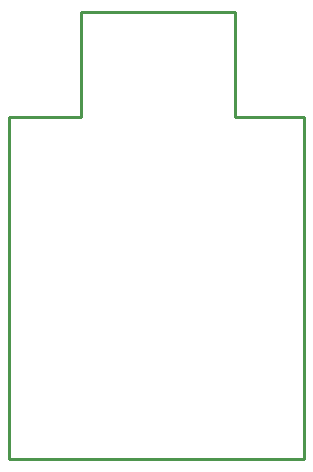
<source format=gbr>
G04 EAGLE Gerber RS-274X export*
G75*
%MOMM*%
%FSLAX34Y34*%
%LPD*%
%IN*%
%IPPOS*%
%AMOC8*
5,1,8,0,0,1.08239X$1,22.5*%
G01*
%ADD10C,0.254000*%


D10*
X11430Y11430D02*
X261620Y11430D01*
X261620Y300990D01*
X203200Y300990D01*
X203200Y389890D01*
X72390Y389890D01*
X72390Y300990D01*
X11430Y300990D01*
X11430Y11430D01*
M02*

</source>
